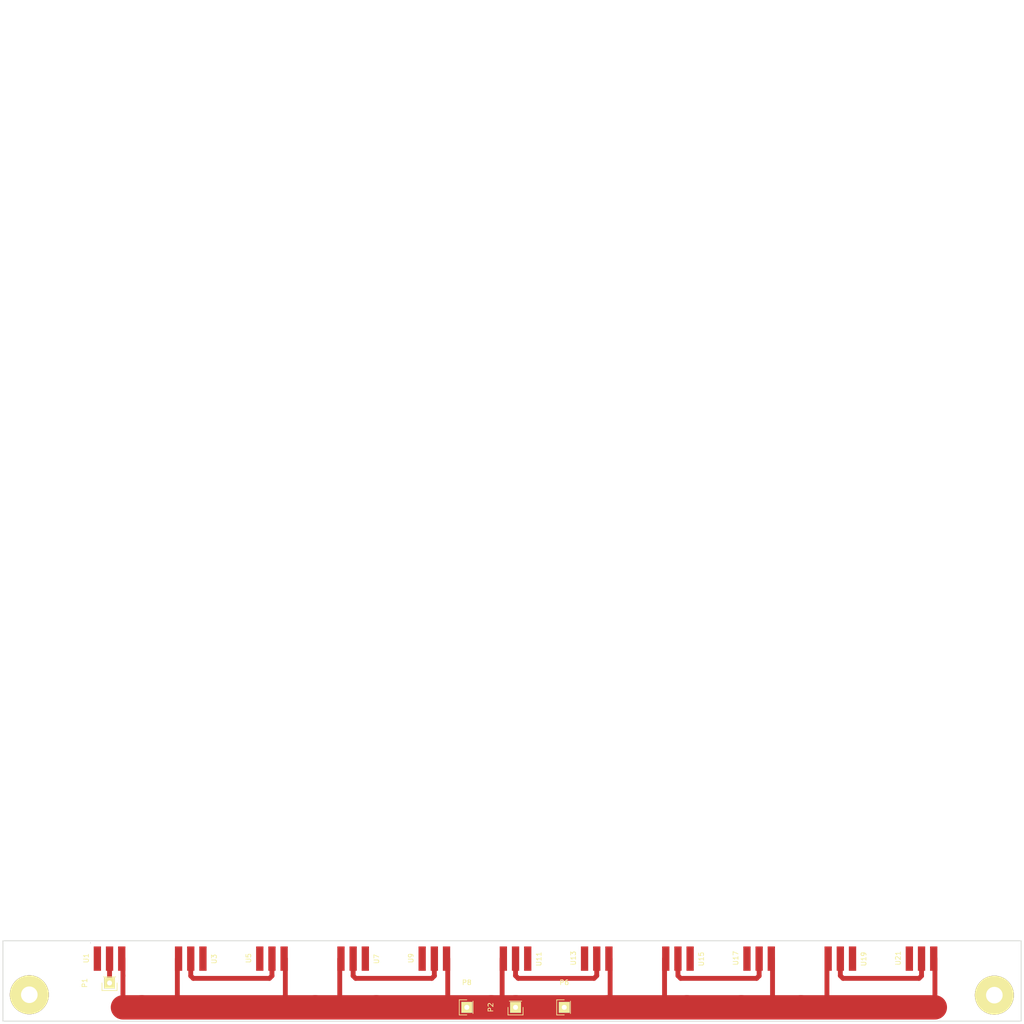
<source format=kicad_pcb>
(kicad_pcb (version 4) (host pcbnew "(2015-05-12 BZR 5652)-product")

  (general
    (links 19)
    (no_connects 0)
    (area 26.299999 -17.500001 236.500001 193.49598)
    (thickness 1.6)
    (drawings 9)
    (tracks 69)
    (zones 0)
    (modules 17)
    (nets 19)
  )

  (page A4)
  (layers
    (0 F.Cu signal)
    (31 B.Cu signal)
    (33 F.Adhes user)
    (35 F.Paste user)
    (37 F.SilkS user)
    (39 F.Mask user)
    (40 Dwgs.User user)
    (41 Cmts.User user)
    (42 Eco1.User user)
    (43 Eco2.User user)
    (44 Edge.Cuts user)
    (45 Margin user)
    (47 F.CrtYd user)
    (49 F.Fab user)
  )

  (setup
    (last_trace_width 1)
    (user_trace_width 5)
    (trace_clearance 0.4)
    (zone_clearance 0.508)
    (zone_45_only no)
    (trace_min 0.2)
    (segment_width 0.2)
    (edge_width 0.15)
    (via_size 0.6)
    (via_drill 0.4)
    (via_min_size 0.4)
    (via_min_drill 0.3)
    (uvia_size 0.3)
    (uvia_drill 0.1)
    (uvias_allowed no)
    (uvia_min_size 0.2)
    (uvia_min_drill 0.1)
    (pcb_text_width 0.3)
    (pcb_text_size 1.5 1.5)
    (mod_edge_width 0.15)
    (mod_text_size 1 1)
    (mod_text_width 0.15)
    (pad_size 8 8)
    (pad_drill 3.4)
    (pad_to_mask_clearance 0.2)
    (aux_axis_origin 26.4 192.6)
    (grid_origin 26.4 192.6)
    (visible_elements FFFFFF7F)
    (pcbplotparams
      (layerselection 0x01000_00000001)
      (usegerberextensions true)
      (excludeedgelayer true)
      (linewidth 0.150000)
      (plotframeref false)
      (viasonmask false)
      (mode 1)
      (useauxorigin true)
      (hpglpennumber 1)
      (hpglpenspeed 20)
      (hpglpendiameter 15)
      (hpglpenoverlay 2)
      (psnegative false)
      (psa4output false)
      (plotreference true)
      (plotvalue true)
      (plotinvisibletext false)
      (padsonsilk false)
      (subtractmaskfromsilk false)
      (outputformat 1)
      (mirror false)
      (drillshape 0)
      (scaleselection 1)
      (outputdirectory Gerbers_SingleStrip/))
  )

  (net 0 "")
  (net 1 "Net-(P1-Pad1)")
  (net 2 +5V)
  (net 3 "Net-(U1-Pad1)")
  (net 4 "Net-(U3-Pad1)")
  (net 5 "Net-(U3-Pad2)")
  (net 6 "Net-(U5-Pad1)")
  (net 7 "Net-(U7-Pad1)")
  (net 8 "Net-(U7-Pad2)")
  (net 9 "Net-(U9-Pad1)")
  (net 10 "Net-(U11-Pad1)")
  (net 11 "Net-(U11-Pad2)")
  (net 12 "Net-(U13-Pad1)")
  (net 13 "Net-(U15-Pad1)")
  (net 14 "Net-(U15-Pad2)")
  (net 15 "Net-(U17-Pad1)")
  (net 16 "Net-(U19-Pad1)")
  (net 17 "Net-(U19-Pad2)")
  (net 18 "Net-(U21-Pad1)")

  (net_class Default "This is the default net class."
    (clearance 0.4)
    (trace_width 1)
    (via_dia 0.6)
    (via_drill 0.4)
    (uvia_dia 0.3)
    (uvia_drill 0.1)
    (add_net +5V)
    (add_net "Net-(P1-Pad1)")
    (add_net "Net-(U1-Pad1)")
    (add_net "Net-(U11-Pad1)")
    (add_net "Net-(U11-Pad2)")
    (add_net "Net-(U13-Pad1)")
    (add_net "Net-(U15-Pad1)")
    (add_net "Net-(U15-Pad2)")
    (add_net "Net-(U17-Pad1)")
    (add_net "Net-(U19-Pad1)")
    (add_net "Net-(U19-Pad2)")
    (add_net "Net-(U21-Pad1)")
    (add_net "Net-(U3-Pad1)")
    (add_net "Net-(U3-Pad2)")
    (add_net "Net-(U5-Pad1)")
    (add_net "Net-(U7-Pad1)")
    (add_net "Net-(U7-Pad2)")
    (add_net "Net-(U9-Pad1)")
  )

  (module FabLibrary:M3_mount_hole (layer F.Cu) (tedit 5579CB64) (tstamp 5579CF21)
    (at 230.4 186.766)
    (descr "Through hole socket strip")
    (tags "socket strip")
    (fp_text reference REF** (at 0.02794 5.55498) (layer F.SilkS) hide
      (effects (font (size 1 1) (thickness 0.15)))
    )
    (fp_text value MountHole (at -0.05588 -5.34162) (layer F.Fab) hide
      (effects (font (size 1 1) (thickness 0.15)))
    )
    (pad 1 thru_hole circle (at 0 0) (size 8 8) (drill 3.4) (layers *.Cu *.Mask F.SilkS))
    (model Socket_Strips.3dshapes/Socket_Strip_Straight_1x01.wrl
      (at (xyz 0 0 0))
      (scale (xyz 1 1 1))
      (rotate (xyz 0 0 180))
    )
  )

  (module Socket_Strips:Socket_Strip_Straight_1x01 (layer F.Cu) (tedit 54E9F79C) (tstamp 55795FED)
    (at 48.7858 184.2662 90)
    (descr "Through hole socket strip")
    (tags "socket strip")
    (path /557982B6)
    (fp_text reference P1 (at 0 -5.1 90) (layer F.SilkS)
      (effects (font (size 1 1) (thickness 0.15)))
    )
    (fp_text value WS2812b_in (at 0 -3.1 90) (layer F.Fab)
      (effects (font (size 1 1) (thickness 0.15)))
    )
    (fp_line (start -1.75 -1.75) (end -1.75 1.75) (layer F.CrtYd) (width 0.05))
    (fp_line (start 1.75 -1.75) (end 1.75 1.75) (layer F.CrtYd) (width 0.05))
    (fp_line (start -1.75 -1.75) (end 1.75 -1.75) (layer F.CrtYd) (width 0.05))
    (fp_line (start -1.75 1.75) (end 1.75 1.75) (layer F.CrtYd) (width 0.05))
    (fp_line (start 1.27 1.27) (end 1.27 -1.27) (layer F.SilkS) (width 0.15))
    (fp_line (start -1.55 -1.55) (end 0 -1.55) (layer F.SilkS) (width 0.15))
    (fp_line (start -1.55 -1.55) (end -1.55 1.55) (layer F.SilkS) (width 0.15))
    (fp_line (start -1.55 1.55) (end 0 1.55) (layer F.SilkS) (width 0.15))
    (pad 1 thru_hole rect (at 0 0 90) (size 2.2352 2.2352) (drill 1.016) (layers *.Cu *.Mask F.SilkS)
      (net 1 "Net-(P1-Pad1)"))
    (model Socket_Strips.3dshapes/Socket_Strip_Straight_1x01.wrl
      (at (xyz 0 0 0))
      (scale (xyz 1 1 1))
      (rotate (xyz 0 0 180))
    )
  )

  (module Socket_Strips:Socket_Strip_Straight_1x01 (layer F.Cu) (tedit 54E9F79C) (tstamp 55795FF2)
    (at 132.119133 189.2662 90)
    (descr "Through hole socket strip")
    (tags "socket strip")
    (path /5578EA8E)
    (fp_text reference P2 (at 0 -5.1 90) (layer F.SilkS)
      (effects (font (size 1 1) (thickness 0.15)))
    )
    (fp_text value 5V+_In (at 0 -3.1 90) (layer F.Fab)
      (effects (font (size 1 1) (thickness 0.15)))
    )
    (fp_line (start -1.75 -1.75) (end -1.75 1.75) (layer F.CrtYd) (width 0.05))
    (fp_line (start 1.75 -1.75) (end 1.75 1.75) (layer F.CrtYd) (width 0.05))
    (fp_line (start -1.75 -1.75) (end 1.75 -1.75) (layer F.CrtYd) (width 0.05))
    (fp_line (start -1.75 1.75) (end 1.75 1.75) (layer F.CrtYd) (width 0.05))
    (fp_line (start 1.27 1.27) (end 1.27 -1.27) (layer F.SilkS) (width 0.15))
    (fp_line (start -1.55 -1.55) (end 0 -1.55) (layer F.SilkS) (width 0.15))
    (fp_line (start -1.55 -1.55) (end -1.55 1.55) (layer F.SilkS) (width 0.15))
    (fp_line (start -1.55 1.55) (end 0 1.55) (layer F.SilkS) (width 0.15))
    (pad 1 thru_hole rect (at 0 0 90) (size 2.2352 2.2352) (drill 1.016) (layers *.Cu *.Mask F.SilkS)
      (net 2 +5V))
    (model Socket_Strips.3dshapes/Socket_Strip_Straight_1x01.wrl
      (at (xyz 0 0 0))
      (scale (xyz 1 1 1))
      (rotate (xyz 0 0 180))
    )
  )

  (module FabLibrary:WS2812b_strip_conn (layer F.Cu) (tedit 55796BF1) (tstamp 5579608F)
    (at 215.452467 179.2662 270)
    (path /5578A08D)
    (fp_text reference U21 (at -0.08382 4.8006 270) (layer F.SilkS)
      (effects (font (size 1 1) (thickness 0.15)))
    )
    (fp_text value WS2812b_Strip_In (at -0.0635 -5.4483 270) (layer F.Fab) hide
      (effects (font (size 1 1) (thickness 0.15)))
    )
    (pad 1 smd rect (at 0 2.5 270) (size 5 1.5) (layers F.Cu F.Paste F.Mask)
      (net 18 "Net-(U21-Pad1)"))
    (pad 2 smd rect (at 0 0 270) (size 5 1.5) (layers F.Cu F.Paste F.Mask)
      (net 17 "Net-(U19-Pad2)"))
    (pad 3 smd rect (at 0 -2.5 270) (size 5 1.5) (layers F.Cu F.Paste F.Mask)
      (net 2 +5V))
  )

  (module FabLibrary:WS2812b_strip_conn (layer F.Cu) (tedit 55796BF1) (tstamp 55796081)
    (at 198.7858 179.2662 90)
    (path /5578A087)
    (fp_text reference U19 (at -0.08382 4.8006 90) (layer F.SilkS)
      (effects (font (size 1 1) (thickness 0.15)))
    )
    (fp_text value WS2812b_Strip_Out (at -0.0635 -5.4483 90) (layer F.Fab) hide
      (effects (font (size 1 1) (thickness 0.15)))
    )
    (pad 1 smd rect (at 0 2.5 90) (size 5 1.5) (layers F.Cu F.Paste F.Mask)
      (net 16 "Net-(U19-Pad1)"))
    (pad 2 smd rect (at 0 0 90) (size 5 1.5) (layers F.Cu F.Paste F.Mask)
      (net 17 "Net-(U19-Pad2)"))
    (pad 3 smd rect (at 0 -2.5 90) (size 5 1.5) (layers F.Cu F.Paste F.Mask)
      (net 2 +5V))
  )

  (module FabLibrary:WS2812b_strip_conn (layer F.Cu) (tedit 55796BF1) (tstamp 55796073)
    (at 182.119133 179.2662 270)
    (path /5578A075)
    (fp_text reference U17 (at -0.08382 4.8006 270) (layer F.SilkS)
      (effects (font (size 1 1) (thickness 0.15)))
    )
    (fp_text value WS2812b_Strip_In (at -0.0635 -5.4483 270) (layer F.Fab) hide
      (effects (font (size 1 1) (thickness 0.15)))
    )
    (pad 1 smd rect (at 0 2.5 270) (size 5 1.5) (layers F.Cu F.Paste F.Mask)
      (net 15 "Net-(U17-Pad1)"))
    (pad 2 smd rect (at 0 0 270) (size 5 1.5) (layers F.Cu F.Paste F.Mask)
      (net 14 "Net-(U15-Pad2)"))
    (pad 3 smd rect (at 0 -2.5 270) (size 5 1.5) (layers F.Cu F.Paste F.Mask)
      (net 2 +5V))
  )

  (module FabLibrary:WS2812b_strip_conn (layer F.Cu) (tedit 55796BF1) (tstamp 55796065)
    (at 165.452467 179.2662 90)
    (path /5578976B)
    (fp_text reference U15 (at -0.08382 4.8006 90) (layer F.SilkS)
      (effects (font (size 1 1) (thickness 0.15)))
    )
    (fp_text value WS2812b_Strip_Out (at -0.0635 -5.4483 90) (layer F.Fab) hide
      (effects (font (size 1 1) (thickness 0.15)))
    )
    (pad 1 smd rect (at 0 2.5 90) (size 5 1.5) (layers F.Cu F.Paste F.Mask)
      (net 13 "Net-(U15-Pad1)"))
    (pad 2 smd rect (at 0 0 90) (size 5 1.5) (layers F.Cu F.Paste F.Mask)
      (net 14 "Net-(U15-Pad2)"))
    (pad 3 smd rect (at 0 -2.5 90) (size 5 1.5) (layers F.Cu F.Paste F.Mask)
      (net 2 +5V))
  )

  (module FabLibrary:WS2812b_strip_conn (layer F.Cu) (tedit 55796BF1) (tstamp 55796057)
    (at 148.7858 179.2662 270)
    (path /55789759)
    (fp_text reference U13 (at -0.08382 4.8006 270) (layer F.SilkS)
      (effects (font (size 1 1) (thickness 0.15)))
    )
    (fp_text value WS2812b_Strip_In (at -0.0635 -5.4483 270) (layer F.Fab) hide
      (effects (font (size 1 1) (thickness 0.15)))
    )
    (pad 1 smd rect (at 0 2.5 270) (size 5 1.5) (layers F.Cu F.Paste F.Mask)
      (net 12 "Net-(U13-Pad1)"))
    (pad 2 smd rect (at 0 0 270) (size 5 1.5) (layers F.Cu F.Paste F.Mask)
      (net 11 "Net-(U11-Pad2)"))
    (pad 3 smd rect (at 0 -2.5 270) (size 5 1.5) (layers F.Cu F.Paste F.Mask)
      (net 2 +5V))
  )

  (module FabLibrary:WS2812b_strip_conn (layer F.Cu) (tedit 55796BF1) (tstamp 55796049)
    (at 132.119133 179.2662 90)
    (path /55789753)
    (fp_text reference U11 (at -0.08382 4.8006 90) (layer F.SilkS)
      (effects (font (size 1 1) (thickness 0.15)))
    )
    (fp_text value WS2812b_Strip_Out (at -0.0635 -5.4483 90) (layer F.Fab) hide
      (effects (font (size 1 1) (thickness 0.15)))
    )
    (pad 1 smd rect (at 0 2.5 90) (size 5 1.5) (layers F.Cu F.Paste F.Mask)
      (net 10 "Net-(U11-Pad1)"))
    (pad 2 smd rect (at 0 0 90) (size 5 1.5) (layers F.Cu F.Paste F.Mask)
      (net 11 "Net-(U11-Pad2)"))
    (pad 3 smd rect (at 0 -2.5 90) (size 5 1.5) (layers F.Cu F.Paste F.Mask)
      (net 2 +5V))
  )

  (module FabLibrary:WS2812b_strip_conn (layer F.Cu) (tedit 55796BF1) (tstamp 5579603B)
    (at 115.452467 179.2662 270)
    (path /55789741)
    (fp_text reference U9 (at -0.08382 4.8006 270) (layer F.SilkS)
      (effects (font (size 1 1) (thickness 0.15)))
    )
    (fp_text value WS2812b_Strip_In (at -0.0635 -5.4483 270) (layer F.Fab) hide
      (effects (font (size 1 1) (thickness 0.15)))
    )
    (pad 1 smd rect (at 0 2.5 270) (size 5 1.5) (layers F.Cu F.Paste F.Mask)
      (net 9 "Net-(U9-Pad1)"))
    (pad 2 smd rect (at 0 0 270) (size 5 1.5) (layers F.Cu F.Paste F.Mask)
      (net 8 "Net-(U7-Pad2)"))
    (pad 3 smd rect (at 0 -2.5 270) (size 5 1.5) (layers F.Cu F.Paste F.Mask)
      (net 2 +5V))
  )

  (module FabLibrary:WS2812b_strip_conn (layer F.Cu) (tedit 55796BF1) (tstamp 5579602D)
    (at 98.7858 179.2662 90)
    (path /55788F8B)
    (fp_text reference U7 (at -0.08382 4.8006 90) (layer F.SilkS)
      (effects (font (size 1 1) (thickness 0.15)))
    )
    (fp_text value WS2812b_Strip_Out (at -0.0635 -5.4483 90) (layer F.Fab) hide
      (effects (font (size 1 1) (thickness 0.15)))
    )
    (pad 1 smd rect (at 0 2.5 90) (size 5 1.5) (layers F.Cu F.Paste F.Mask)
      (net 7 "Net-(U7-Pad1)"))
    (pad 2 smd rect (at 0 0 90) (size 5 1.5) (layers F.Cu F.Paste F.Mask)
      (net 8 "Net-(U7-Pad2)"))
    (pad 3 smd rect (at 0 -2.5 90) (size 5 1.5) (layers F.Cu F.Paste F.Mask)
      (net 2 +5V))
  )

  (module FabLibrary:WS2812b_strip_conn (layer F.Cu) (tedit 55796BF1) (tstamp 5579601F)
    (at 82.119133 179.2662 270)
    (path /55788F79)
    (fp_text reference U5 (at -0.08382 4.8006 270) (layer F.SilkS)
      (effects (font (size 1 1) (thickness 0.15)))
    )
    (fp_text value WS2812b_Strip_In (at -0.0635 -5.4483 270) (layer F.Fab) hide
      (effects (font (size 1 1) (thickness 0.15)))
    )
    (pad 1 smd rect (at 0 2.5 270) (size 5 1.5) (layers F.Cu F.Paste F.Mask)
      (net 6 "Net-(U5-Pad1)"))
    (pad 2 smd rect (at 0 0 270) (size 5 1.5) (layers F.Cu F.Paste F.Mask)
      (net 5 "Net-(U3-Pad2)"))
    (pad 3 smd rect (at 0 -2.5 270) (size 5 1.5) (layers F.Cu F.Paste F.Mask)
      (net 2 +5V))
  )

  (module FabLibrary:WS2812b_strip_conn (layer F.Cu) (tedit 55796BF1) (tstamp 55796011)
    (at 65.452467 179.2662 90)
    (path /55787FB8)
    (fp_text reference U3 (at -0.08382 4.8006 90) (layer F.SilkS)
      (effects (font (size 1 1) (thickness 0.15)))
    )
    (fp_text value WS2812b_Strip_Out (at -0.0635 -5.4483 90) (layer F.Fab) hide
      (effects (font (size 1 1) (thickness 0.15)))
    )
    (pad 1 smd rect (at 0 2.5 90) (size 5 1.5) (layers F.Cu F.Paste F.Mask)
      (net 4 "Net-(U3-Pad1)"))
    (pad 2 smd rect (at 0 0 90) (size 5 1.5) (layers F.Cu F.Paste F.Mask)
      (net 5 "Net-(U3-Pad2)"))
    (pad 3 smd rect (at 0 -2.5 90) (size 5 1.5) (layers F.Cu F.Paste F.Mask)
      (net 2 +5V))
  )

  (module FabLibrary:WS2812b_strip_conn (layer F.Cu) (tedit 55796BF1) (tstamp 55796003)
    (at 48.7858 179.2662 270)
    (path /55783984)
    (fp_text reference U1 (at -0.08382 4.8006 270) (layer F.SilkS)
      (effects (font (size 1 1) (thickness 0.15)))
    )
    (fp_text value WS2812b_Strip_In (at -0.0635 -5.4483 270) (layer F.Fab) hide
      (effects (font (size 1 1) (thickness 0.15)))
    )
    (pad 1 smd rect (at 0 2.5 270) (size 5 1.5) (layers F.Cu F.Paste F.Mask)
      (net 3 "Net-(U1-Pad1)"))
    (pad 2 smd rect (at 0 0 270) (size 5 1.5) (layers F.Cu F.Paste F.Mask)
      (net 1 "Net-(P1-Pad1)"))
    (pad 3 smd rect (at 0 -2.5 270) (size 5 1.5) (layers F.Cu F.Paste F.Mask)
      (net 2 +5V))
  )

  (module FabLibrary:M3_mount_hole (layer F.Cu) (tedit 5579CB64) (tstamp 5579CF16)
    (at 32.317 186.683)
    (descr "Through hole socket strip")
    (tags "socket strip")
    (fp_text reference REF** (at 0.02794 5.55498) (layer F.SilkS) hide
      (effects (font (size 1 1) (thickness 0.15)))
    )
    (fp_text value MountHole (at -0.05588 -5.34162) (layer F.Fab) hide
      (effects (font (size 1 1) (thickness 0.15)))
    )
    (pad 1 thru_hole circle (at 0 0) (size 8 8) (drill 3.4) (layers *.Cu *.Mask F.SilkS))
    (model Socket_Strips.3dshapes/Socket_Strip_Straight_1x01.wrl
      (at (xyz 0 0 0))
      (scale (xyz 1 1 1))
      (rotate (xyz 0 0 180))
    )
  )

  (module Socket_Strips:Socket_Strip_Straight_1x01 (layer F.Cu) (tedit 54E9F79C) (tstamp 5579D421)
    (at 142.119133 189.2662)
    (descr "Through hole socket strip")
    (tags "socket strip")
    (path /5579CEA0)
    (fp_text reference P6 (at 0 -5.1) (layer F.SilkS)
      (effects (font (size 1 1) (thickness 0.15)))
    )
    (fp_text value 5V+_Out (at 0 -3.1) (layer F.Fab)
      (effects (font (size 1 1) (thickness 0.15)))
    )
    (fp_line (start -1.75 -1.75) (end -1.75 1.75) (layer F.CrtYd) (width 0.05))
    (fp_line (start 1.75 -1.75) (end 1.75 1.75) (layer F.CrtYd) (width 0.05))
    (fp_line (start -1.75 -1.75) (end 1.75 -1.75) (layer F.CrtYd) (width 0.05))
    (fp_line (start -1.75 1.75) (end 1.75 1.75) (layer F.CrtYd) (width 0.05))
    (fp_line (start 1.27 1.27) (end 1.27 -1.27) (layer F.SilkS) (width 0.15))
    (fp_line (start -1.55 -1.55) (end 0 -1.55) (layer F.SilkS) (width 0.15))
    (fp_line (start -1.55 -1.55) (end -1.55 1.55) (layer F.SilkS) (width 0.15))
    (fp_line (start -1.55 1.55) (end 0 1.55) (layer F.SilkS) (width 0.15))
    (pad 1 thru_hole rect (at 0 0) (size 2.2352 2.2352) (drill 1.016) (layers *.Cu *.Mask F.SilkS)
      (net 2 +5V))
    (model Socket_Strips.3dshapes/Socket_Strip_Straight_1x01.wrl
      (at (xyz 0 0 0))
      (scale (xyz 1 1 1))
      (rotate (xyz 0 0 180))
    )
  )

  (module Socket_Strips:Socket_Strip_Straight_1x01 (layer F.Cu) (tedit 54E9F79C) (tstamp 5579D43B)
    (at 122.119133 189.2662)
    (descr "Through hole socket strip")
    (tags "socket strip")
    (path /5579CF38)
    (fp_text reference P8 (at 0 -5.1) (layer F.SilkS)
      (effects (font (size 1 1) (thickness 0.15)))
    )
    (fp_text value 5V+_Out (at 0 -3.1) (layer F.Fab)
      (effects (font (size 1 1) (thickness 0.15)))
    )
    (fp_line (start -1.75 -1.75) (end -1.75 1.75) (layer F.CrtYd) (width 0.05))
    (fp_line (start 1.75 -1.75) (end 1.75 1.75) (layer F.CrtYd) (width 0.05))
    (fp_line (start -1.75 -1.75) (end 1.75 -1.75) (layer F.CrtYd) (width 0.05))
    (fp_line (start -1.75 1.75) (end 1.75 1.75) (layer F.CrtYd) (width 0.05))
    (fp_line (start 1.27 1.27) (end 1.27 -1.27) (layer F.SilkS) (width 0.15))
    (fp_line (start -1.55 -1.55) (end 0 -1.55) (layer F.SilkS) (width 0.15))
    (fp_line (start -1.55 -1.55) (end -1.55 1.55) (layer F.SilkS) (width 0.15))
    (fp_line (start -1.55 1.55) (end 0 1.55) (layer F.SilkS) (width 0.15))
    (pad 1 thru_hole rect (at 0 0) (size 2.2352 2.2352) (drill 1.016) (layers *.Cu *.Mask F.SilkS)
      (net 2 +5V))
    (model Socket_Strips.3dshapes/Socket_Strip_Straight_1x01.wrl
      (at (xyz 0 0 0))
      (scale (xyz 1 1 1))
      (rotate (xyz 0 0 180))
    )
  )

  (gr_line (start 26.9 175.6) (end 26.9 192.1) (layer Edge.Cuts) (width 0.15))
  (gr_line (start 235.9 175.6) (end 26.9 175.6) (layer Edge.Cuts) (width 0.15))
  (gr_line (start 235.9 192.1) (end 235.9 175.6) (layer Edge.Cuts) (width 0.15))
  (gr_line (start 235.9 192.1) (end 26.9 192.1) (angle 90) (layer Edge.Cuts) (width 0.15))
  (gr_line (start 26.4 -17.4) (end 26.4 192.6) (angle 90) (layer Dwgs.User) (width 0.2))
  (gr_line (start 236.4 -17.4) (end 26.4 -17.4) (angle 90) (layer Dwgs.User) (width 0.2))
  (gr_line (start 236.4 192.6) (end 236.4 -17.4) (angle 90) (layer Dwgs.User) (width 0.2))
  (gr_line (start 26.4 192.6) (end 236.4 192.6) (angle 90) (layer Dwgs.User) (width 0.2))
  (gr_line (start 44.8858 175.9662) (end 44.8858 176.0662) (angle 90) (layer Edge.Cuts) (width 0.15))

  (segment (start 48.7858 184.2662) (end 48.7858 179.2662) (width 1) (layer F.Cu) (net 1))
  (segment (start 51.5358 179.2662) (end 51.5358 182.7662) (width 1) (layer F.Cu) (net 2))
  (segment (start 51.5358 182.7662) (end 51.5358 189.2662) (width 1) (layer F.Cu) (net 2))
  (segment (start 62.702467 179.2662) (end 62.702467 188.999533) (width 1) (layer F.Cu) (net 2))
  (segment (start 62.702467 188.999533) (end 62.4358 189.2662) (width 1) (layer F.Cu) (net 2))
  (segment (start 62.4358 189.2662) (end 55.381988 189.2662) (width 1) (layer F.Cu) (net 2))
  (segment (start 90.993756 189.2662) (end 55.381988 189.2662) (width 5) (layer F.Cu) (net 2))
  (segment (start 55.381988 189.2662) (end 51.5358 189.2662) (width 5) (layer F.Cu) (net 2))
  (segment (start 84.869133 179.2662) (end 84.869133 187.999533) (width 1) (layer F.Cu) (net 2))
  (segment (start 84.869133 187.999533) (end 86.1358 189.2662) (width 1) (layer F.Cu) (net 2))
  (segment (start 86.1358 189.2662) (end 90.993756 189.2662) (width 1) (layer F.Cu) (net 2))
  (segment (start 103.522375 189.2662) (end 90.993756 189.2662) (width 5) (layer F.Cu) (net 2))
  (segment (start 96.0358 179.2662) (end 96.0358 188.2662) (width 1) (layer F.Cu) (net 2))
  (segment (start 96.0358 188.2662) (end 97.0358 189.2662) (width 1) (layer F.Cu) (net 2))
  (segment (start 97.0358 189.2662) (end 103.522375 189.2662) (width 1) (layer F.Cu) (net 2))
  (segment (start 127.121253 189.2662) (end 103.522375 189.2662) (width 5) (layer F.Cu) (net 2))
  (segment (start 118.202467 179.2662) (end 118.202467 189.2662) (width 1) (layer F.Cu) (net 2))
  (segment (start 118.202467 189.2662) (end 127.121253 189.2662) (width 1) (layer F.Cu) (net 2))
  (segment (start 132.119133 189.2662) (end 127.121253 189.2662) (width 5) (layer F.Cu) (net 2))
  (segment (start 129.369133 179.2662) (end 129.369133 188.6338) (width 1) (layer F.Cu) (net 2))
  (segment (start 129.369133 188.6338) (end 130.001533 189.2662) (width 1) (layer F.Cu) (net 2))
  (segment (start 130.001533 189.2662) (end 132.119133 189.2662) (width 1) (layer F.Cu) (net 2))
  (segment (start 132.119133 189.2662) (end 151.117865 189.2662) (width 5) (layer F.Cu) (net 2))
  (segment (start 151.117865 189.2662) (end 167.292377 189.2662) (width 5) (layer F.Cu) (net 2))
  (segment (start 151.5358 179.2662) (end 151.5358 188.848265) (width 1) (layer F.Cu) (net 2))
  (segment (start 151.5358 188.848265) (end 151.117865 189.2662) (width 1) (layer F.Cu) (net 2))
  (segment (start 162.702467 179.2662) (end 162.702467 189.2662) (width 1) (layer F.Cu) (net 2))
  (segment (start 162.702467 189.2662) (end 167.292377 189.2662) (width 1) (layer F.Cu) (net 2))
  (segment (start 167.292377 189.2662) (end 178.428927 189.2662) (width 5) (layer F.Cu) (net 2))
  (segment (start 184.869133 179.2662) (end 184.869133 189.2662) (width 1) (layer F.Cu) (net 2))
  (segment (start 184.869133 189.2662) (end 178.428927 189.2662) (width 1) (layer F.Cu) (net 2))
  (segment (start 178.428927 189.2662) (end 190.685097 189.2662) (width 5) (layer F.Cu) (net 2))
  (segment (start 196.0358 179.2662) (end 196.0358 189.1662) (width 1) (layer F.Cu) (net 2))
  (segment (start 196.0358 189.1662) (end 195.9358 189.2662) (width 1) (layer F.Cu) (net 2))
  (segment (start 195.9358 189.2662) (end 190.685097 189.2662) (width 1) (layer F.Cu) (net 2))
  (segment (start 190.685097 189.2662) (end 218.1858 189.2662) (width 5) (layer F.Cu) (net 2))
  (segment (start 218.202467 179.2662) (end 218.202467 189.249533) (width 1) (layer F.Cu) (net 2))
  (segment (start 218.202467 189.249533) (end 218.1858 189.2662) (width 1) (layer F.Cu) (net 2))
  (segment (start 122.119133 189.2662) (end 132.119133 189.2662) (width 1) (layer F.Cu) (net 2))
  (segment (start 132.119133 189.2662) (end 142.119133 189.2662) (width 1) (layer F.Cu) (net 2))
  (segment (start 65.452467 179.2662) (end 65.452467 182.806202) (width 1) (layer F.Cu) (net 5))
  (segment (start 65.962466 183.316201) (end 81.609134 183.316201) (width 1) (layer F.Cu) (net 5))
  (segment (start 65.452467 182.806202) (end 65.962466 183.316201) (width 1) (layer F.Cu) (net 5))
  (segment (start 81.609134 183.316201) (end 82.119133 182.806202) (width 1) (layer F.Cu) (net 5))
  (segment (start 82.119133 182.806202) (end 82.119133 182.7662) (width 1) (layer F.Cu) (net 5))
  (segment (start 82.119133 182.7662) (end 82.119133 179.2662) (width 1) (layer F.Cu) (net 5))
  (segment (start 98.7858 179.2662) (end 98.7858 182.806202) (width 1) (layer F.Cu) (net 8))
  (segment (start 98.7858 182.806202) (end 99.295799 183.316201) (width 1) (layer F.Cu) (net 8))
  (segment (start 99.295799 183.316201) (end 114.942468 183.316201) (width 1) (layer F.Cu) (net 8))
  (segment (start 114.942468 183.316201) (end 115.452467 182.806202) (width 1) (layer F.Cu) (net 8))
  (segment (start 115.452467 182.806202) (end 115.452467 182.7662) (width 1) (layer F.Cu) (net 8))
  (segment (start 115.452467 182.7662) (end 115.452467 179.2662) (width 1) (layer F.Cu) (net 8))
  (segment (start 132.119133 179.2662) (end 132.119133 182.7662) (width 1) (layer F.Cu) (net 11))
  (segment (start 132.119133 182.7662) (end 132.669134 183.316201) (width 1) (layer F.Cu) (net 11))
  (segment (start 132.669134 183.316201) (end 148.235799 183.316201) (width 1) (layer F.Cu) (net 11))
  (segment (start 148.235799 183.316201) (end 148.7858 182.7662) (width 1) (layer F.Cu) (net 11))
  (segment (start 148.7858 182.7662) (end 148.7858 179.2662) (width 1) (layer F.Cu) (net 11))
  (segment (start 165.452467 179.2662) (end 165.452467 182.7662) (width 1) (layer F.Cu) (net 14))
  (segment (start 165.452467 182.7662) (end 166.002468 183.316201) (width 1) (layer F.Cu) (net 14))
  (segment (start 166.002468 183.316201) (end 181.609134 183.316201) (width 1) (layer F.Cu) (net 14))
  (segment (start 181.609134 183.316201) (end 182.119133 182.806202) (width 1) (layer F.Cu) (net 14))
  (segment (start 182.119133 182.806202) (end 182.119133 182.7662) (width 1) (layer F.Cu) (net 14))
  (segment (start 182.119133 182.7662) (end 182.119133 179.2662) (width 1) (layer F.Cu) (net 14))
  (segment (start 198.7858 179.2662) (end 198.7858 182.7662) (width 1) (layer F.Cu) (net 17))
  (segment (start 214.942468 183.316201) (end 215.452467 182.806202) (width 1) (layer F.Cu) (net 17))
  (segment (start 198.7858 182.7662) (end 199.335801 183.316201) (width 1) (layer F.Cu) (net 17))
  (segment (start 199.335801 183.316201) (end 214.942468 183.316201) (width 1) (layer F.Cu) (net 17))
  (segment (start 215.452467 182.806202) (end 215.452467 182.7662) (width 1) (layer F.Cu) (net 17))
  (segment (start 215.452467 182.7662) (end 215.452467 179.2662) (width 1) (layer F.Cu) (net 17))

)

</source>
